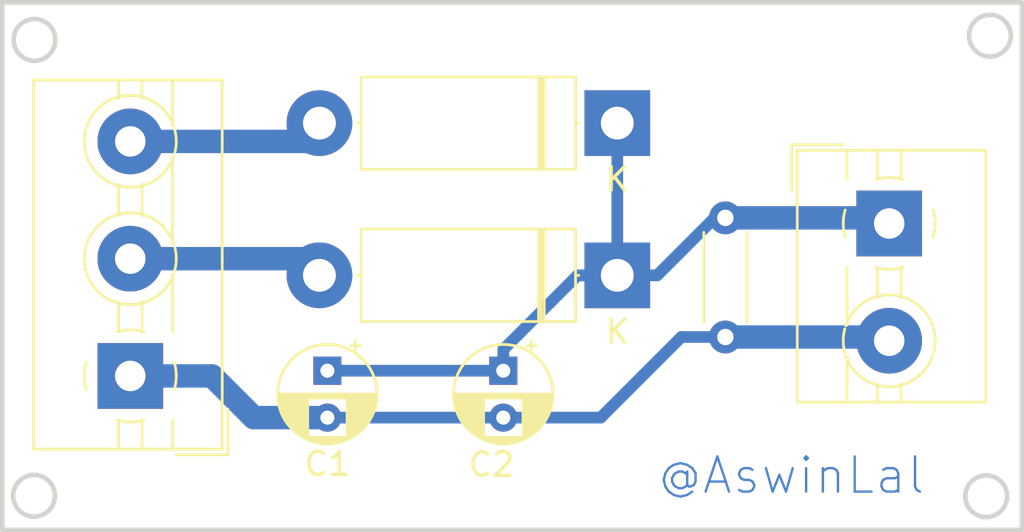
<source format=kicad_pcb>
(kicad_pcb (version 20240108) (generator "pcbnew") (generator_version "8.0")
  (layers (0 "F.Cu" signal) (31 "B.Cu" signal) (34 "B.Paste" user) (35 "F.Paste" user) (36 "B.SilkS" user "B.Silkscreen") (37 "F.SilkS" user "F.Silkscreen") (38 "B.Mask" user) (39 "F.Mask" user) (44 "Edge.Cuts" user))
  (net 0 "")
  (net 1 "Net-(J1-Pin_1)")
  (net 2 "Net-(D1-K)")
  (net 3 "Net-(D1-A)")
  (net 4 "Net-(D2-A)")
  (footprint "Capacitor_THT:CP_Radial_D4.0mm_P2.00mm" (layer "F.Cu") (at 130 102.0274 -90)
    (property "Reference" "C2" (at 4 0.5 180) (layer "F.SilkS"))
    (property "Value" "C_Polarized" (hide yes))
    (fp_line (start 1.2 0.84) (end 1.2 2.071) (stroke (width 0.12)) (layer "F.SilkS"))
    (fp_line (start 1.24 0.84) (end 1.24 2.067) (stroke (width 0.12)) (layer "F.SilkS"))
    (fp_line (start 1.28 0.84) (end 1.28 2.062) (stroke (width 0.12)) (layer "F.SilkS"))
    (fp_line (start 1.32 0.84) (end 1.32 2.056) (stroke (width 0.12)) (layer "F.SilkS"))
    (fp_line (start 1.36 0.84) (end 1.36 2.05) (stroke (width 0.12)) (layer "F.SilkS"))
    (fp_line (start 1.4 0.84) (end 1.4 2.042) (stroke (width 0.12)) (layer "F.SilkS"))
    (fp_line (start 1.44 0.84) (end 1.44 2.034) (stroke (width 0.12)) (layer "F.SilkS"))
    (fp_line (start 1.48 0.84) (end 1.48 2.025) (stroke (width 0.12)) (layer "F.SilkS"))
    (fp_line (start 1.52 0.84) (end 1.52 2.016) (stroke (width 0.12)) (layer "F.SilkS"))
    (fp_line (start 1.56 0.84) (end 1.56 2.005) (stroke (width 0.12)) (layer "F.SilkS"))
    (fp_line (start 1.6 0.84) (end 1.6 1.994) (stroke (width 0.12)) (layer "F.SilkS"))
    (fp_line (start 1.64 0.84) (end 1.64 1.982) (stroke (width 0.12)) (layer "F.SilkS"))
    (fp_line (start 1.68 0.84) (end 1.68 1.968) (stroke (width 0.12)) (layer "F.SilkS"))
    (fp_line (start 1.721 0.84) (end 1.721 1.954) (stroke (width 0.12)) (layer "F.SilkS"))
    (fp_line (start 1.761 0.84) (end 1.761 1.94) (stroke (width 0.12)) (layer "F.SilkS"))
    (fp_line (start 1.801 0.84) (end 1.801 1.924) (stroke (width 0.12)) (layer "F.SilkS"))
    (fp_line (start 1.841 0.84) (end 1.841 1.907) (stroke (width 0.12)) (layer "F.SilkS"))
    (fp_line (start 1.881 0.84) (end 1.881 1.889) (stroke (width 0.12)) (layer "F.SilkS"))
    (fp_line (start 1.921 0.84) (end 1.921 1.87) (stroke (width 0.12)) (layer "F.SilkS"))
    (fp_line (start 1.961 0.84) (end 1.961 1.851) (stroke (width 0.12)) (layer "F.SilkS"))
    (fp_line (start 2.001 0.84) (end 2.001 1.83) (stroke (width 0.12)) (layer "F.SilkS"))
    (fp_line (start 2.041 0.84) (end 2.041 1.808) (stroke (width 0.12)) (layer "F.SilkS"))
    (fp_line (start 2.081 0.84) (end 2.081 1.785) (stroke (width 0.12)) (layer "F.SilkS"))
    (fp_line (start 2.121 0.84) (end 2.121 1.76) (stroke (width 0.12)) (layer "F.SilkS"))
    (fp_line (start 2.161 0.84) (end 2.161 1.735) (stroke (width 0.12)) (layer "F.SilkS"))
    (fp_line (start 2.201 0.84) (end 2.201 1.708) (stroke (width 0.12)) (layer "F.SilkS"))
    (fp_line (start 2.241 0.84) (end 2.241 1.68) (stroke (width 0.12)) (layer "F.SilkS"))
    (fp_line (start 2.281 0.84) (end 2.281 1.65) (stroke (width 0.12)) (layer "F.SilkS"))
    (fp_line (start 2.321 0.84) (end 2.321 1.619) (stroke (width 0.12)) (layer "F.SilkS"))
    (fp_line (start 2.361 0.84) (end 2.361 1.587) (stroke (width 0.12)) (layer "F.SilkS"))
    (fp_line (start 2.401 0.84) (end 2.401 1.552) (stroke (width 0.12)) (layer "F.SilkS"))
    (fp_line (start 2.441 0.84) (end 2.441 1.516) (stroke (width 0.12)) (layer "F.SilkS"))
    (fp_line (start 2.481 0.84) (end 2.481 1.478) (stroke (width 0.12)) (layer "F.SilkS"))
    (fp_line (start 2.521 0.84) (end 2.521 1.438) (stroke (width 0.12)) (layer "F.SilkS"))
    (fp_line (start 2.561 0.84) (end 2.561 1.396) (stroke (width 0.12)) (layer "F.SilkS"))
    (fp_line (start 2.601 0.84) (end 2.601 1.351) (stroke (width 0.12)) (layer "F.SilkS"))
    (fp_line (start 2.641 0.84) (end 2.641 1.304) (stroke (width 0.12)) (layer "F.SilkS"))
    (fp_line (start 2.681 0.84) (end 2.681 1.254) (stroke (width 0.12)) (layer "F.SilkS"))
    (fp_line (start 2.721 0.84) (end 2.721 1.2) (stroke (width 0.12)) (layer "F.SilkS"))
    (fp_line (start 2.761 0.84) (end 2.761 1.142) (stroke (width 0.12)) (layer "F.SilkS"))
    (fp_line (start 2.801 0.84) (end 2.801 1.08) (stroke (width 0.12)) (layer "F.SilkS"))
    (fp_line (start 3.081 -0.37) (end 3.081 0.37) (stroke (width 0.12)) (layer "F.SilkS"))
    (fp_line (start 3.041 -0.537) (end 3.041 0.537) (stroke (width 0.12)) (layer "F.SilkS"))
    (fp_line (start 3.001 -0.664) (end 3.001 0.664) (stroke (width 0.12)) (layer "F.SilkS"))
    (fp_line (start 2.961 -0.768) (end 2.961 0.768) (stroke (width 0.12)) (layer "F.SilkS"))
    (fp_line (start 2.921 -0.859) (end 2.921 0.859) (stroke (width 0.12)) (layer "F.SilkS"))
    (fp_line (start 2.881 -0.94) (end 2.881 0.94) (stroke (width 0.12)) (layer "F.SilkS"))
    (fp_line (start 2.841 -1.013) (end 2.841 1.013) (stroke (width 0.12)) (layer "F.SilkS"))
    (fp_line (start 2.801 -1.08) (end 2.801 -0.84) (stroke (width 0.12)) (layer "F.SilkS"))
    (fp_line (start 2.761 -1.142) (end 2.761 -0.84) (stroke (width 0.12)) (layer "F.SilkS"))
    (fp_line (start -1.269801 -1.195) (end -0.869801 -1.195) (stroke (width 0.12)) (layer "F.SilkS"))
    (fp_line (start 2.721 -1.2) (end 2.721 -0.84) (stroke (width 0.12)) (layer "F.SilkS"))
    (fp_line (start 2.681 -1.254) (end 2.681 -0.84) (stroke (width 0.12)) (layer "F.SilkS"))
    (fp_line (start 2.641 -1.304) (end 2.641 -0.84) (stroke (width 0.12)) (layer "F.SilkS"))
    (fp_line (start 2.601 -1.351) (end 2.601 -0.84) (stroke (width 0.12)) (layer "F.SilkS"))
    (fp_line (start -1.069801 -1.395) (end -1.069801 -0.995) (stroke (width 0.12)) (layer "F.SilkS"))
    (fp_line (start 2.561 -1.396) (end 2.561 -0.84) (stroke (width 0.12)) (layer "F.SilkS"))
    (fp_line (start 2.521 -1.438) (end 2.521 -0.84) (stroke (width 0.12)) (layer "F.SilkS"))
    (fp_line (start 2.481 -1.478) (end 2.481 -0.84) (stroke (width 0.12)) (layer "F.SilkS"))
    (fp_line (start 2.441 -1.516) (end 2.441 -0.84) (stroke (width 0.12)) (layer "F.SilkS"))
    (fp_line (start 2.401 -1.552) (end 2.401 -0.84) (stroke (width 0.12)) (layer "F.SilkS"))
    (fp_line (start 2.361 -1.587) (end 2.361 -0.84) (stroke (width 0.12)) (layer "F.SilkS"))
    (fp_line (start 2.321 -1.619) (end 2.321 -0.84) (stroke (width 0.12)) (layer "F.SilkS"))
    (fp_line (start 2.281 -1.65) (end 2.281 -0.84) (stroke (width 0.12)) (layer "F.SilkS"))
    (fp_line (start 2.241 -1.68) (end 2.241 -0.84) (stroke (width 0.12)) (layer "F.SilkS"))
    (fp_line (start 2.201 -1.708) (end 2.201 -0.84) (stroke (width 0.12)) (layer "F.SilkS"))
    (fp_line (start 2.161 -1.735) (end 2.161 -0.84) (stroke (width 0.12)) (layer "F.SilkS"))
    (fp_line (start 2.121 -1.76) (end 2.121 -0.84) (stroke (width 0.12)) (layer "F.SilkS"))
    (fp_line (start 2.081 -1.785) (end 2.081 -0.84) (stroke (width 0.12)) (layer "F.SilkS"))
    (fp_line (start 2.041 -1.808) (end 2.041 -0.84) (stroke (width 0.12)) (layer "F.SilkS"))
    (fp_line (start 2.001 -1.83) (end 2.001 -0.84) (stroke (width 0.12)) (layer "F.SilkS"))
    (fp_line (start 1.961 -1.851) (end 1.961 -0.84) (stroke (width 0.12)) (layer "F.SilkS"))
    (fp_line (start 1.921 -1.87) (end 1.921 -0.84) (stroke (width 0.12)) (layer "F.SilkS"))
    (fp_line (start 1.881 -1.889) (end 1.881 -0.84) (stroke (width 0.12)) (layer "F.SilkS"))
    (fp_line (start 1.841 -1.907) (end 1.841 -0.84) (stroke (width 0.12)) (layer "F.SilkS"))
    (fp_line (start 1.801 -1.924) (end 1.801 -0.84) (stroke (width 0.12)) (layer "F.SilkS"))
    (fp_line (start 1.761 -1.94) (end 1.761 -0.84) (stroke (width 0.12)) (layer "F.SilkS"))
    (fp_line (start 1.721 -1.954) (end 1.721 -0.84) (stroke (width 0.12)) (layer "F.SilkS"))
    (fp_line (start 1.68 -1.968) (end 1.68 -0.84) (stroke (width 0.12)) (layer "F.SilkS"))
    (fp_line (start 1.64 -1.982) (end 1.64 -0.84) (stroke (width 0.12)) (layer "F.SilkS"))
    (fp_line (start 1.6 -1.994) (end 1.6 -0.84) (stroke (width 0.12)) (layer "F.SilkS"))
    (fp_line (start 1.56 -2.005) (end 1.56 -0.84) (stroke (width 0.12)) (layer "F.SilkS"))
    (fp_line (start 1.52 -2.016) (end 1.52 -0.84) (stroke (width 0.12)) (layer "F.SilkS"))
    (fp_line (start 1.48 -2.025) (end 1.48 -0.84) (stroke (width 0.12)) (layer "F.SilkS"))
    (fp_line (start 1.44 -2.034) (end 1.44 -0.84) (stroke (width 0.12)) (layer "F.SilkS"))
    (fp_line (start 1.4 -2.042) (end 1.4 -0.84) (stroke (width 0.12)) (layer "F.SilkS"))
    (fp_line (start 1.36 -2.05) (end 1.36 -0.84) (stroke (width 0.12)) (layer "F.SilkS"))
    (fp_line (start 1.32 -2.056) (end 1.32 -0.84) (stroke (width 0.12)) (layer "F.SilkS"))
    (fp_line (start 1.28 -2.062) (end 1.28 -0.84) (stroke (width 0.12)) (layer "F.SilkS"))
    (fp_line (start 1.24 -2.067) (end 1.24 -0.84) (stroke (width 0.12)) (layer "F.SilkS"))
    (fp_line (start 1.2 -2.071) (end 1.2 -0.84) (stroke (width 0.12)) (layer "F.SilkS"))
    (fp_line (start 1.16 -2.074) (end 1.16 2.074) (stroke (width 0.12)) (layer "F.SilkS"))
    (fp_line (start 1.12 -2.077) (end 1.12 2.077) (stroke (width 0.12)) (layer "F.SilkS"))
    (fp_line (start 1.08 -2.079) (end 1.08 2.079) (stroke (width 0.12)) (layer "F.SilkS"))
    (fp_line (start 1 -2.08) (end 1 2.08) (stroke (width 0.12)) (layer "F.SilkS"))
    (fp_line (start 1.04 -2.08) (end 1.04 2.08) (stroke (width 0.12)) (layer "F.SilkS"))
    (fp_circle (center 1 0) (end 3.12 0) (stroke (width 0.12)) (fill none) (layer "F.SilkS"))
    (pad "1" thru_hole rect (at 0 0 270) (size 1.2 1.2) (drill 0.6) (layers "*.Cu" "*.Mask") (net 2 "Net-(D1-K)"))
    (pad "2" thru_hole circle (at 2 0 270) (size 1.2 1.2) (drill 0.6) (layers "*.Cu" "*.Mask") (net 1 "Net-(J1-Pin_1)"))
  )
  (footprint "Diode_THT:D_5W_P12.70mm_Horizontal" (layer "F.Cu") (at 134.86 91.47 180)
    (property "Reference" "D1" (hide yes))
    (property "Value" "D" (hide yes))
    (fp_line (start 11.06 0) (end 10.92 0) (stroke (width 0.12)) (layer "F.SilkS"))
    (fp_line (start 10.92 1.97) (end 10.92 -1.97) (stroke (width 0.12)) (layer "F.SilkS"))
    (fp_line (start 10.92 -1.97) (end 1.78 -1.97) (stroke (width 0.12)) (layer "F.SilkS"))
    (fp_line (start 3.355 -1.97) (end 3.355 1.97) (stroke (width 0.12)) (layer "F.SilkS"))
    (fp_line (start 3.235 -1.97) (end 3.235 1.97) (stroke (width 0.12)) (layer "F.SilkS"))
    (fp_line (start 3.115 -1.97) (end 3.115 1.97) (stroke (width 0.12)) (layer "F.SilkS"))
    (fp_line (start 1.78 1.97) (end 10.92 1.97) (stroke (width 0.12)) (layer "F.SilkS"))
    (fp_line (start 1.78 -1.97) (end 1.78 1.97) (stroke (width 0.12)) (layer "F.SilkS"))
    (fp_line (start 1.64 0) (end 1.78 0) (stroke (width 0.12)) (layer "F.SilkS"))
    (fp_text user "K" (at 0 -2.4 0) (layer "F.SilkS"))
    (pad "1" thru_hole rect (at 0 0 180) (size 2.8 2.8) (drill 1.4) (layers "*.Cu" "*.Mask") (net 2 "Net-(D1-K)"))
    (pad "2" thru_hole oval (at 12.7 0 180) (size 2.8 2.8) (drill 1.4) (layers "*.Cu" "*.Mask") (net 3 "Net-(D1-A)"))
  )
  (footprint "Diode_THT:D_5W_P12.70mm_Horizontal" (layer "F.Cu") (at 134.86 97.96 180)
    (property "Reference" "D2" (hide yes))
    (property "Value" "D" (hide yes))
    (fp_line (start 11.06 0) (end 10.92 0) (stroke (width 0.12)) (layer "F.SilkS"))
    (fp_line (start 10.92 1.97) (end 10.92 -1.97) (stroke (width 0.12)) (layer "F.SilkS"))
    (fp_line (start 10.92 -1.97) (end 1.78 -1.97) (stroke (width 0.12)) (layer "F.SilkS"))
    (fp_line (start 3.355 -1.97) (end 3.355 1.97) (stroke (width 0.12)) (layer "F.SilkS"))
    (fp_line (start 3.235 -1.97) (end 3.235 1.97) (stroke (width 0.12)) (layer "F.SilkS"))
    (fp_line (start 3.115 -1.97) (end 3.115 1.97) (stroke (width 0.12)) (layer "F.SilkS"))
    (fp_line (start 1.78 1.97) (end 10.92 1.97) (stroke (width 0.12)) (layer "F.SilkS"))
    (fp_line (start 1.78 -1.97) (end 1.78 1.97) (stroke (width 0.12)) (layer "F.SilkS"))
    (fp_line (start 1.64 0) (end 1.78 0) (stroke (width 0.12)) (layer "F.SilkS"))
    (fp_text user "K" (at 0 -2.4 0) (layer "F.SilkS"))
    (pad "1" thru_hole rect (at 0 0 180) (size 2.8 2.8) (drill 1.4) (layers "*.Cu" "*.Mask") (net 2 "Net-(D1-K)"))
    (pad "2" thru_hole oval (at 12.7 0 180) (size 2.8 2.8) (drill 1.4) (layers "*.Cu" "*.Mask") (net 4 "Net-(D2-A)"))
  )
  (footprint "TerminalBlock:TerminalBlock_MaiXu_MX126-5.0-03P_1x03_P5.00mm" (layer "F.Cu") (at 114.095 102.25 90)
    (property "Reference" "J1" (hide yes))
    (property "Value" "Vin")
    (fp_line (start 12.62 -4.12) (end 12.62 3.92) (stroke (width 0.12)) (layer "F.SilkS"))
    (fp_line (start -3.12 -4.12) (end 12.62 -4.12) (stroke (width 0.12)) (layer "F.SilkS"))
    (fp_line (start -3.12 -4.12) (end -3.12 3.92) (stroke (width 0.12)) (layer "F.SilkS"))
    (fp_line (start 11.487 -1.248) (end 11.487 -1.248) (stroke (width 0.12)) (layer "F.SilkS"))
    (fp_line (start 6.487 -1.248) (end 6.487 -1.248) (stroke (width 0.12)) (layer "F.SilkS"))
    (fp_line (start 11.836 -0.5) (end 12.62 -0.5) (stroke (width 0.12)) (layer "F.SilkS"))
    (fp_line (start 6.836 -0.5) (end 8.165 -0.5) (stroke (width 0.12)) (layer "F.SilkS"))
    (fp_line (start 1.88 -0.5) (end 3.165 -0.5) (stroke (width 0.12)) (layer "F.SilkS"))
    (fp_line (start -3.12 -0.5) (end -1.88 -0.5) (stroke (width 0.12)) (layer "F.SilkS"))
    (fp_line (start 11.836 0.5) (end 12.62 0.5) (stroke (width 0.12)) (layer "F.SilkS"))
    (fp_line (start 6.836 0.5) (end 8.165 0.5) (stroke (width 0.12)) (layer "F.SilkS"))
    (fp_line (start 1.88 0.5) (end 3.165 0.5) (stroke (width 0.12)) (layer "F.SilkS"))
    (fp_line (start -3.12 0.5) (end -1.88 0.5) (stroke (width 0.12)) (layer "F.SilkS"))
    (fp_line (start 8.514 1.248) (end 8.514 1.248) (stroke (width 0.12)) (layer "F.SilkS"))
    (fp_line (start 3.514 1.248) (end 3.514 1.248) (stroke (width 0.12)) (layer "F.SilkS"))
    (fp_line (start 10.67 1.8) (end 12.62 1.8) (stroke (width 0.12)) (layer "F.SilkS"))
    (fp_line (start 5.67 1.8) (end 9.331 1.8) (stroke (width 0.12)) (layer "F.SilkS"))
    (fp_line (start 1.88 1.8) (end 4.331 1.8) (stroke (width 0.12)) (layer "F.SilkS"))
    (fp_line (start -3.12 1.8) (end -1.88 1.8) (stroke (width 0.12)) (layer "F.SilkS"))
    (fp_line (start -3.36 1.97) (end -3.36 4.16) (stroke (width 0.12)) (layer "F.SilkS"))
    (fp_line (start -3.12 3.92) (end 12.62 3.92) (stroke (width 0.12)) (layer "F.SilkS"))
    (fp_line (start -3.36 4.16) (end -1.41 4.16) (stroke (width 0.12)) (layer "F.SilkS"))
    (fp_arc (start 10.000487 -1.960944) (mid 10.256437 -1.944104) (end 10.508 -1.894) (stroke (width 0.12)) (layer "F.SilkS"))
    (fp_arc (start 5.000487 -1.960944) (mid 5.256437 -1.944104) (end 5.508 -1.894) (stroke (width 0.12)) (layer "F.SilkS"))
    (fp_arc (start 9.493681 -1.893473) (mid 9.74516 -1.943362) (end 10.001 -1.96) (stroke (width 0.12)) (layer "F.SilkS"))
    (fp_arc (start 4.493681 -1.893473) (mid 4.74516 -1.943362) (end 5.001 -1.96) (stroke (width 0.12)) (layer "F.SilkS"))
    (fp_arc (start -0.572619 -1.875422) (mid 0.000722 -1.960893) (end 0.574 -1.875) (stroke (width 0.12)) (layer "F.SilkS"))
    (fp_arc (start 10.638712 -1.85392) (mid 10.734863 -1.817952) (end 10.829 -1.777) (stroke (width 0.12)) (layer "F.SilkS"))
    (fp_arc (start 5.638712 -1.85392) (mid 5.734863 -1.817952) (end 5.829 -1.777) (stroke (width 0.12)) (layer "F.SilkS"))
    (fp_arc (start 9.172694 -1.777259) (mid 9.266842 -1.818121) (end 9.363 -1.854) (stroke (width 0.12)) (layer "F.SilkS"))
    (fp_arc (start 4.172694 -1.777259) (mid 4.266842 -1.818121) (end 4.363 -1.854) (stroke (width 0.12)) (layer "F.SilkS"))
    (fp_arc (start 10.920652 -1.730826) (mid 10.995275 -1.689024) (end 11.068 -1.644) (stroke (width 0.12)) (layer "F.SilkS"))
    (fp_arc (start 5.920652 -1.730826) (mid 5.995275 -1.689024) (end 6.068 -1.644) (stroke (width 0.12)) (layer "F.SilkS"))
    (fp_arc (start 8.93363 -1.644317) (mid 9.006369 -1.689268) (end 9.081 -1.731) (stroke (width 0.12)) (layer "F.SilkS"))
    (fp_arc (start 3.93363 -1.644317) (mid 4.006369 -1.689268) (end 4.081 -1.731) (stroke (width 0.12)) (layer "F.SilkS"))
    (fp_arc (start 11.096479 -1.625751) (mid 11.166349 -1.576375) (end 11.234 -1.524) (stroke (width 0.12)) (layer "F.SilkS"))
    (fp_arc (start 6.096479 -1.625751) (mid 6.166349 -1.576375) (end 6.234 -1.524) (stroke (width 0.12)) (layer "F.SilkS"))
    (fp_arc (start 8.767452 -1.524377) (mid 8.835117 -1.576689) (end 8.905 -1.626) (stroke (width 0.12)) (layer "F.SilkS"))
    (fp_arc (start 3.767452 -1.524377) (mid 3.835117 -1.576689) (end 3.905 -1.626) (stroke (width 0.12)) (layer "F.SilkS"))
    (fp_arc (start 11.233928 -1.523341) (mid 11.2992 -1.468068) (end 11.362 -1.41) (stroke (width 0.12)) (layer "F.SilkS"))
    (fp_arc (start 6.233928 -1.523341) (mid 6.2992 -1.468068) (end 6.362 -1.41) (stroke (width 0.12)) (layer "F.SilkS"))
    (fp_arc (start 8.638867 -1.410738) (mid 8.701698 -1.468767) (end 8.767 -1.524) (stroke (width 0.12)) (layer "F.SilkS"))
    (fp_arc (start 3.638867 -1.410738) (mid 3.701698 -1.468767) (end 3.767 -1.524) (stroke (width 0.12)) (layer "F.SilkS"))
    (fp_arc (start 11.362286 -1.410097) (mid 11.422497 -1.349333) (end 11.48 -1.286) (stroke (width 0.12)) (layer "F.SilkS"))
    (fp_arc (start 6.362286 -1.410097) (mid 6.422497 -1.349333) (end 6.48 -1.286) (stroke (width 0.12)) (layer "F.SilkS"))
    (fp_arc (start 8.521202 -1.287012) (mid 8.578747 -1.350293) (end 8.639 -1.411) (stroke (width 0.12)) (layer "F.SilkS"))
    (fp_arc (start 3.521202 -1.287012) (mid 3.578747 -1.350293) (end 3.639 -1.411) (stroke (width 0.12)) (layer "F.SilkS"))
    (fp_arc (start 11.479873 -1.286364) (mid 11.523865 -1.233934) (end 11.566 -1.18) (stroke (width 0.12)) (layer "F.SilkS"))
    (fp_arc (start 6.479873 -1.286364) (mid 6.523865 -1.233934) (end 6.566 -1.18) (stroke (width 0.12)) (layer "F.SilkS"))
    (fp_arc (start 8.434826 -1.180695) (mid 8.476985 -1.2346) (end 8.521 -1.287) (stroke (width 0.12)) (layer "F.SilkS"))
    (fp_arc (start 3.434826 -1.180695) (mid 3.476985 -1.2346) (end 3.521 -1.287) (stroke (width 0.12)) (layer "F.SilkS"))
    (fp_arc (start 11.565937 -1.180084) (mid 11.960805 -0.000052) (end 11.566 1.18) (stroke (width 0.12)) (layer "F.SilkS"))
    (fp_arc (start 6.565937 -1.180084) (mid 6.960805 -0.000052) (end 6.566 1.18) (stroke (width 0.12)) (layer "F.SilkS"))
    (fp_arc (start 1.875422 -0.572619) (mid 1.960893 0.000722) (end 1.875 0.574) (stroke (width 0.12)) (layer "F.SilkS"))
    (fp_arc (start -1.875422 0.572619) (mid -1.960893 -0.000722) (end -1.875 -0.574) (stroke (width 0.12)) (layer "F.SilkS"))
    (fp_arc (start 8.434339 1.179122) (mid 8.039994 -0.00055) (end 8.435 -1.18) (stroke (width 0.12)) (layer "F.SilkS"))
    (fp_arc (start 3.434339 1.179122) (mid 3.039994 -0.00055) (end 3.435 -1.18) (stroke (width 0.12)) (layer "F.SilkS"))
    (fp_arc (start 11.566102 1.179628) (mid 11.523976 1.233563) (end 11.48 1.286) (stroke (width 0.12)) (layer "F.SilkS"))
    (fp_arc (start 6.566102 1.179628) (mid 6.523976 1.233563) (end 6.48 1.286) (stroke (width 0.12)) (layer "F.SilkS"))
    (fp_arc (start 11.479707 1.285928) (mid 11.422207 1.349248) (end 11.362 1.41) (stroke (width 0.12)) (layer "F.SilkS"))
    (fp_arc (start 6.479707 1.285928) (mid 6.422207 1.349248) (end 6.362 1.41) (stroke (width 0.12)) (layer "F.SilkS"))
    (fp_arc (start 8.521125 1.286294) (mid 8.477135 1.233898) (end 8.435 1.18) (stroke (width 0.12)) (layer "F.SilkS"))
    (fp_arc (start 3.521125 1.286294) (mid 3.477135 1.233898) (end 3.435 1.18) (stroke (width 0.12)) (layer "F.SilkS"))
    (fp_arc (start 8.63871 1.41001) (mid 8.578502 1.349289) (end 8.521 1.286) (stroke (width 0.12)) (layer "F.SilkS"))
    (fp_arc (start 3.63871 1.41001) (mid 3.578502 1.349289) (end 3.521 1.286) (stroke (width 0.12)) (layer "F.SilkS"))
    (fp_arc (start 11.36213 1.410651) (mid 11.299299 1.468721) (end 11.234 1.524) (stroke (width 0.12)) (layer "F.SilkS"))
    (fp_arc (start 6.36213 1.410651) (mid 6.299299 1.468721) (end 6.234 1.524) (stroke (width 0.12)) (layer "F.SilkS"))
    (fp_arc (start 8.767069 1.523253) (mid 8.701799 1.468024) (end 8.639 1.41) (stroke (width 0.12)) (layer "F.SilkS"))
    (fp_arc (start 3.767069 1.523253) (mid 3.701799 1.468024) (end 3.639 1.41) (stroke (width 0.12)) (layer "F.SilkS"))
    (fp_arc (start 11.233457 1.523294) (mid 11.165839 1.575648) (end 11.096 1.625) (stroke (width 0.12)) (layer "F.SilkS"))
    (fp_arc (start 6.233457 1.523294) (mid 6.165839 1.575648) (end 6.096 1.625) (stroke (width 0.12)) (layer "F.SilkS"))
    (fp_arc (start 8.904517 1.625664) (mid 8.834649 1.576332) (end 8.767 1.524) (stroke (width 0.12)) (layer "F.SilkS"))
    (fp_arc (start 3.904517 1.625664) (mid 3.834649 1.576332) (end 3.767 1.524) (stroke (width 0.12)) (layer "F.SilkS"))
    (fp_arc (start 11.068362 1.644143) (mid 10.995629 1.689179) (end 10.921 1.731) (stroke (width 0.12)) (layer "F.SilkS"))
    (fp_arc (start 6.068362 1.644143) (mid 5.995629 1.689179) (end 5.921 1.731) (stroke (width 0.12)) (layer "F.SilkS"))
    (fp_arc (start 9.080344 1.730739) (mid 9.005726 1.688976) (end 8.933 1.644) (stroke (width 0.12)) (layer "F.SilkS"))
    (fp_arc (start 4.080344 1.730739) (mid 4.005726 1.688976) (end 3.933 1.644) (stroke (width 0.12)) (layer "F.SilkS"))
    (fp_arc (start 10.829295 1.77705) (mid 10.735154 1.818015) (end 10.639 1.854) (stroke (width 0.12)) (layer "F.SilkS"))
    (fp_arc (start 5.829295 1.77705) (mid 5.735154 1.818015) (end 5.639 1.854) (stroke (width 0.12)) (layer "F.SilkS"))
    (fp_arc (start 9.362283 1.853815) (mid 9.266136 1.817899) (end 9.172 1.777) (stroke (width 0.12)) (layer "F.SilkS"))
    (fp_arc (start 4.362283 1.853815) (mid 4.266136 1.817899) (end 4.172 1.777) (stroke (width 0.12)) (layer "F.SilkS"))
    (fp_arc (start 0.573049 1.874357) (mid 0.289707 1.938471) (end 0 1.96) (stroke (width 0.12)) (layer "F.SilkS"))
    (fp_arc (start 10.507285 1.893215) (mid 10.255831 1.943232) (end 10 1.96) (stroke (width 0.12)) (layer "F.SilkS"))
    (fp_arc (start 5.507285 1.893215) (mid 5.255831 1.943232) (end 5 1.96) (stroke (width 0.12)) (layer "F.SilkS"))
    (fp_arc (start 0.0335 1.960607) (mid -0.273619 1.941709) (end -0.574 1.875) (stroke (width 0.12)) (layer "F.SilkS"))
    (fp_arc (start 10.000479 1.960685) (mid 9.744554 1.943974) (end 9.493 1.894) (stroke (width 0.12)) (layer "F.SilkS"))
    (fp_arc (start 5.000479 1.960685) (mid 4.744554 1.943974) (end 4.493 1.894) (stroke (width 0.12)) (layer "F.SilkS"))
    (pad "1" thru_hole rect (at 0 0 90) (size 2.8 2.8) (drill 1.3) (layers "*.Cu" "*.Mask") (net 1 "Net-(J1-Pin_1)"))
    (pad "2" thru_hole circle (at 5 0 90) (size 2.8 2.8) (drill 1.3) (layers "*.Cu" "*.Mask") (net 4 "Net-(D2-A)"))
    (pad "3" thru_hole circle (at 10 0 90) (size 2.8 2.8) (drill 1.3) (layers "*.Cu" "*.Mask") (net 3 "Net-(D1-A)"))
  )
  (footprint "TerminalBlock:TerminalBlock_MaiXu_MX126-5.0-02P_1x02_P5.00mm" (layer "F.Cu") (at 146.455 95.75 -90)
    (property "Reference" "J2" (hide yes))
    (property "Value" "Vout")
    (fp_line (start -3.36 4.16) (end -1.41 4.16) (stroke (width 0.12)) (layer "F.SilkS"))
    (fp_line (start -3.12 3.92) (end 7.62 3.92) (stroke (width 0.12)) (layer "F.SilkS"))
    (fp_line (start -3.36 1.97) (end -3.36 4.16) (stroke (width 0.12)) (layer "F.SilkS"))
    (fp_line (start -3.12 1.8) (end -1.88 1.8) (stroke (width 0.12)) (layer "F.SilkS"))
    (fp_line (start 1.88 1.8) (end 4.331 1.8) (stroke (width 0.12)) (layer "F.SilkS"))
    (fp_line (start 5.67 1.8) (end 7.62 1.8) (stroke (width 0.12)) (layer "F.SilkS"))
    (fp_line (start 3.514 1.248) (end 3.514 1.248) (stroke (width 0.12)) (layer "F.SilkS"))
    (fp_line (start -3.12 0.5) (end -1.88 0.5) (stroke (width 0.12)) (layer "F.SilkS"))
    (fp_line (start 1.88 0.5) (end 3.165 0.5) (stroke (width 0.12)) (layer "F.SilkS"))
    (fp_line (start 6.836 0.5) (end 7.62 0.5) (stroke (width 0.12)) (layer "F.SilkS"))
    (fp_line (start -3.12 -0.5) (end -1.88 -0.5) (stroke (width 0.12)) (layer "F.SilkS"))
    (fp_line (start 1.88 -0.5) (end 3.165 -0.5) (stroke (width 0.12)) (layer "F.SilkS"))
    (fp_line (start 6.836 -0.5) (end 7.62 -0.5) (stroke (width 0.12)) (layer "F.SilkS"))
    (fp_line (start 6.487 -1.248) (end 6.487 -1.248) (stroke (width 0.12)) (layer "F.SilkS"))
    (fp_line (start -3.12 -4.12) (end -3.12 3.92) (stroke (width 0.12)) (layer "F.SilkS"))
    (fp_line (start -3.12 -4.12) (end 7.62 -4.12) (stroke (width 0.12)) (layer "F.SilkS"))
    (fp_line (start 7.62 -4.12) (end 7.62 3.92) (stroke (width 0.12)) (layer "F.SilkS"))
    (fp_arc (start 5.000479 1.960685) (mid 4.744554 1.943974) (end 4.493 1.894) (stroke (width 0.12)) (layer "F.SilkS"))
    (fp_arc (start 0.0335 1.960607) (mid -0.273619 1.941709) (end -0.574 1.875) (stroke (width 0.12)) (layer "F.SilkS"))
    (fp_arc (start 5.507285 1.893215) (mid 5.255831 1.943232) (end 5 1.96) (stroke (width 0.12)) (layer "F.SilkS"))
    (fp_arc (start 0.573049 1.874357) (mid 0.289707 1.938471) (end 0 1.96) (stroke (width 0.12)) (layer "F.SilkS"))
    (fp_arc (start 4.362283 1.853815) (mid 4.266136 1.817899) (end 4.172 1.777) (stroke (width 0.12)) (layer "F.SilkS"))
    (fp_arc (start 5.829295 1.77705) (mid 5.735154 1.818015) (end 5.639 1.854) (stroke (width 0.12)) (layer "F.SilkS"))
    (fp_arc (start 4.080344 1.730739) (mid 4.005726 1.688976) (end 3.933 1.644) (stroke (width 0.12)) (layer "F.SilkS"))
    (fp_arc (start 6.068362 1.644143) (mid 5.995629 1.689179) (end 5.921 1.731) (stroke (width 0.12)) (layer "F.SilkS"))
    (fp_arc (start 3.904517 1.625664) (mid 3.834649 1.576332) (end 3.767 1.524) (stroke (width 0.12)) (layer "F.SilkS"))
    (fp_arc (start 6.233457 1.523294) (mid 6.165839 1.575648) (end 6.096 1.625) (stroke (width 0.12)) (layer "F.SilkS"))
    (fp_arc (start 3.767069 1.523253) (mid 3.701799 1.468024) (end 3.639 1.41) (stroke (width 0.12)) (layer "F.SilkS"))
    (fp_arc (start 6.36213 1.410651) (mid 6.299299 1.468721) (end 6.234 1.524) (stroke (width 0.12)) (layer "F.SilkS"))
    (fp_arc (start 3.63871 1.41001) (mid 3.578502 1.349289) (end 3.521 1.286) (stroke (width 0.12)) (layer "F.SilkS"))
    (fp_arc (start 3.521125 1.286294) (mid 3.477135 1.233898) (end 3.435 1.18) (stroke (width 0.12)) (layer "F.SilkS"))
    (fp_arc (start 6.479707 1.285928) (mid 6.422207 1.349248) (end 6.362 1.41) (stroke (width 0.12)) (layer "F.SilkS"))
    (fp_arc (start 6.566102 1.179628) (mid 6.523976 1.233563) (end 6.48 1.286) (stroke (width 0.12)) (layer "F.SilkS"))
    (fp_arc (start 3.434339 1.179122) (mid 3.039994 -0.00055) (end 3.435 -1.18) (stroke (width 0.12)) (layer "F.SilkS"))
    (fp_arc (start -1.875422 0.572619) (mid -1.960893 -0.000722) (end -1.875 -0.574) (stroke (width 0.12)) (layer "F.SilkS"))
    (fp_arc (start 1.875422 -0.572619) (mid 1.960893 0.000722) (end 1.875 0.574) (stroke (width 0.12)) (layer "F.SilkS"))
    (fp_arc (start 6.565937 -1.180084) (mid 6.960805 -0.000052) (end 6.566 1.18) (stroke (width 0.12)) (layer "F.SilkS"))
    (fp_arc (start 3.434826 -1.180695) (mid 3.476985 -1.2346) (end 3.521 -1.287) (stroke (width 0.12)) (layer "F.SilkS"))
    (fp_arc (start 6.479873 -1.286364) (mid 6.523865 -1.233934) (end 6.566 -1.18) (stroke (width 0.12)) (layer "F.SilkS"))
    (fp_arc (start 3.521202 -1.287012) (mid 3.578747 -1.350293) (end 3.639 -1.411) (stroke (width 0.12)) (layer "F.SilkS"))
    (fp_arc (start 6.362286 -1.410097) (mid 6.422497 -1.349333) (end 6.48 -1.286) (stroke (width 0.12)) (layer "F.SilkS"))
    (fp_arc (start 3.638867 -1.410738) (mid 3.701698 -1.468767) (end 3.767 -1.524) (stroke (width 0.12)) (layer "F.SilkS"))
    (fp_arc (start 6.233928 -1.523341) (mid 6.2992 -1.468068) (end 6.362 -1.41) (stroke (width 0.12)) (layer "F.SilkS"))
    (fp_arc (start 3.767452 -1.524377) (mid 3.835117 -1.576689) (end 3.905 -1.626) (stroke (width 0.12)) (layer "F.SilkS"))
    (fp_arc (start 6.096479 -1.625751) (mid 6.166349 -1.576375) (end 6.234 -1.524) (stroke (width 0.12)) (layer "F.SilkS"))
    (fp_arc (start 3.93363 -1.644317) (mid 4.006369 -1.689268) (end 4.081 -1.731) (stroke (width 0.12)) (layer "F.SilkS"))
    (fp_arc (start 5.920652 -1.730826) (mid 5.995275 -1.689024) (end 6.068 -1.644) (stroke (width 0.12)) (layer "F.SilkS"))
    (fp_arc (start 4.172694 -1.777259) (mid 4.266842 -1.818121) (end 4.363 -1.854) (stroke (width 0.12)) (layer "F.SilkS"))
    (fp_arc (start 5.638712 -1.85392) (mid 5.734863 -1.817952) (end 5.829 -1.777) (stroke (width 0.12)) (layer "F.SilkS"))
    (fp_arc (start -0.572619 -1.875422) (mid 0.000722 -1.960893) (end 0.574 -1.875) (stroke (width 0.12)) (layer "F.SilkS"))
    (fp_arc (start 4.493681 -1.893473) (mid 4.74516 -1.943362) (end 5.001 -1.96) (stroke (width 0.12)) (layer "F.SilkS"))
    (fp_arc (start 5.000487 -1.960944) (mid 5.256437 -1.944104) (end 5.508 -1.894) (stroke (width 0.12)) (layer "F.SilkS"))
    (pad "1" thru_hole rect (at 0 0 270) (size 2.8 2.8) (drill 1.3) (layers "*.Cu" "*.Mask") (net 2 "Net-(D1-K)"))
    (pad "2" thru_hole circle (at 5 0 270) (size 2.8 2.8) (drill 1.3) (layers "*.Cu" "*.Mask") (net 1 "Net-(J1-Pin_1)"))
  )
  (footprint "Resistor_THT:R_Axial_DIN0204_L3.6mm_D1.6mm_P5.08mm_Horizontal" (layer "F.Cu") (at 139.47 95.51 -90)
    (property "Reference" "R1" (hide yes))
    (property "Value" "R" (hide yes))
    (fp_line (start 0.62 0.92) (end 4.46 0.92) (stroke (width 0.12)) (layer "F.SilkS"))
    (fp_line (start 0.62 -0.92) (end 4.46 -0.92) (stroke (width 0.12)) (layer "F.SilkS"))
    (pad "1" thru_hole circle (at 0 0 270) (size 1.4 1.4) (drill 0.7) (layers "*.Cu" "*.Mask") (net 2 "Net-(D1-K)"))
    (pad "2" thru_hole oval (at 5.08 0 270) (size 1.4 1.4) (drill 0.7) (layers "*.Cu" "*.Mask") (net 1 "Net-(J1-Pin_1)"))
  )
  (footprint "Capacitor_THT:CP_Radial_D4.0mm_P2.00mm" (layer "F.Cu") (at 122.5 102.0274 -90)
    (property "Reference" "C1" (at 3.972599 0 0) (layer "F.SilkS"))
    (property "Value" "C_Polarized" (hide yes))
    (fp_line (start 1.2 0.84) (end 1.2 2.071) (stroke (width 0.12)) (layer "F.SilkS"))
    (fp_line (start 1.24 0.84) (end 1.24 2.067) (stroke (width 0.12)) (layer "F.SilkS"))
    (fp_line (start 1.28 0.84) (end 1.28 2.062) (stroke (width 0.12)) (layer "F.SilkS"))
    (fp_line (start 1.32 0.84) (end 1.32 2.056) (stroke (width 0.12)) (layer "F.SilkS"))
    (fp_line (start 1.36 0.84) (end 1.36 2.05) (stroke (width 0.12)) (layer "F.SilkS"))
    (fp_line (start 1.4 0.84) (end 1.4 2.042) (stroke (width 0.12)) (layer "F.SilkS"))
    (fp_line (start 1.44 0.84) (end 1.44 2.034) (stroke (width 0.12)) (layer "F.SilkS"))
    (fp_line (start 1.48 0.84) (end 1.48 2.025) (stroke (width 0.12)) (layer "F.SilkS"))
    (fp_line (start 1.52 0.84) (end 1.52 2.016) (stroke (width 0.12)) (layer "F.SilkS"))
    (fp_line (start 1.56 0.84) (end 1.56 2.005) (stroke (width 0.12)) (layer "F.SilkS"))
    (fp_line (start 1.6 0.84) (end 1.6 1.994) (stroke (width 0.12)) (layer "F.SilkS"))
    (fp_line (start 1.64 0.84) (end 1.64 1.982) (stroke (width 0.12)) (layer "F.SilkS"))
    (fp_line (start 1.68 0.84) (end 1.68 1.968) (stroke (width 0.12)) (layer "F.SilkS"))
    (fp_line (start 1.721 0.84) (end 1.721 1.954) (stroke (width 0.12)) (layer "F.SilkS"))
    (fp_line (start 1.761 0.84) (end 1.761 1.94) (stroke (width 0.12)) (layer "F.SilkS"))
    (fp_line (start 1.801 0.84) (end 1.801 1.924) (stroke (width 0.12)) (layer "F.SilkS"))
    (fp_line (start 1.841 0.84) (end 1.841 1.907) (stroke (width 0.12)) (layer "F.SilkS"))
    (fp_line (start 1.881 0.84) (end 1.881 1.889) (stroke (width 0.12)) (layer "F.SilkS"))
    (fp_line (start 1.921 0.84) (end 1.921 1.87) (stroke (width 0.12)) (layer "F.SilkS"))
    (fp_line (start 1.961 0.84) (end 1.961 1.851) (stroke (width 0.12)) (layer "F.SilkS"))
    (fp_line (start 2.001 0.84) (end 2.001 1.83) (stroke (width 0.12)) (layer "F.SilkS"))
    (fp_line (start 2.041 0.84) (end 2.041 1.808) (stroke (width 0.12)) (layer "F.SilkS"))
    (fp_line (start 2.081 0.84) (end 2.081 1.785) (stroke (width 0.12)) (layer "F.SilkS"))
    (fp_line (start 2.121 0.84) (end 2.121 1.76) (stroke (width 0.12)) (layer "F.SilkS"))
    (fp_line (start 2.161 0.84) (end 2.161 1.735) (stroke (width 0.12)) (layer "F.SilkS"))
    (fp_line (start 2.201 0.84) (end 2.201 1.708) (stroke (width 0.12)) (layer "F.SilkS"))
    (fp_line (start 2.241 0.84) (end 2.241 1.68) (stroke (width 0.12)) (layer "F.SilkS"))
    (fp_line (start 2.281 0.84) (end 2.281 1.65) (stroke (width 0.12)) (layer "F.SilkS"))
    (fp_line (start 2.321 0.84) (end 2.321 1.619) (stroke (width 0.12)) (layer "F.SilkS"))
    (fp_line (start 2.361 0.84) (end 2.361 1.587) (stroke (width 0.12)) (layer "F.SilkS"))
    (fp_line (start 2.401 0.84) (end 2.401 1.552) (stroke (width 0.12)) (layer "F.SilkS"))
    (fp_line (start 2.441 0.84) (end 2.441 1.516) (stroke (width 0.12)) (layer "F.SilkS"))
    (fp_line (start 2.481 0.84) (end 2.481 1.478) (stroke (width 0.12)) (layer "F.SilkS"))
    (fp_line (start 2.521 0.84) (end 2.521 1.438) (stroke (width 0.12)) (layer "F.SilkS"))
    (fp_line (start 2.561 0.84) (end 2.561 1.396) (stroke (width 0.12)) (layer "F.SilkS"))
    (fp_line (start 2.601 0.84) (end 2.601 1.351) (stroke (width 0.12)) (layer "F.SilkS"))
    (fp_line (start 2.641 0.84) (end 2.641 1.304) (stroke (width 0.12)) (layer "F.SilkS"))
    (fp_line (start 2.681 0.84) (end 2.681 1.254) (stroke (width 0.12)) (layer "F.SilkS"))
    (fp_line (start 2.721 0.84) (end 2.721 1.2) (stroke (width 0.12)) (layer "F.SilkS"))
    (fp_line (start 2.761 0.84) (end 2.761 1.142) (stroke (width 0.12)) (layer "F.SilkS"))
    (fp_line (start 2.801 0.84) (end 2.801 1.08) (stroke (width 0.12)) (layer "F.SilkS"))
    (fp_line (start 3.081 -0.37) (end 3.081 0.37) (stroke (width 0.12)) (layer "F.SilkS"))
    (fp_line (start 3.041 -0.537) (end 3.041 0.537) (stroke (width 0.12)) (layer "F.SilkS"))
    (fp_line (start 3.001 -0.664) (end 3.001 0.664) (stroke (width 0.12)) (layer "F.SilkS"))
    (fp_line (start 2.961 -0.768) (end 2.961 0.768) (stroke (width 0.12)) (layer "F.SilkS"))
    (fp_line (start 2.921 -0.859) (end 2.921 0.859) (stroke (width 0.12)) (layer "F.SilkS"))
    (fp_line (start 2.881 -0.94) (end 2.881 0.94) (stroke (width 0.12)) (layer "F.SilkS"))
    (fp_line (start 2.841 -1.013) (end 2.841 1.013) (stroke (width 0.12)) (layer "F.SilkS"))
    (fp_line (start 2.801 -1.08) (end 2.801 -0.84) (stroke (width 0.12)) (layer "F.SilkS"))
    (fp_line (start 2.761 -1.142) (end 2.761 -0.84) (stroke (width 0.12)) (layer "F.SilkS"))
    (fp_line (start -1.269801 -1.195) (end -0.869801 -1.195) (stroke (width 0.12)) (layer "F.SilkS"))
    (fp_line (start 2.721 -1.2) (end 2.721 -0.84) (stroke (width 0.12)) (layer "F.SilkS"))
    (fp_line (start 2.681 -1.254) (end 2.681 -0.84) (stroke (width 0.12)) (layer "F.SilkS"))
    (fp_line (start 2.641 -1.304) (end 2.641 -0.84) (stroke (width 0.12)) (layer "F.SilkS"))
    (fp_line (start 2.601 -1.351) (end 2.601 -0.84) (stroke (width 0.12)) (layer "F.SilkS"))
    (fp_line (start -1.069801 -1.395) (end -1.069801 -0.995) (stroke (width 0.12)) (layer "F.SilkS"))
    (fp_line (start 2.561 -1.396) (end 2.561 -0.84) (stroke (width 0.12)) (layer "F.SilkS"))
    (fp_line (start 2.521 -1.438) (end 2.521 -0.84) (stroke (width 0.12)) (layer "F.SilkS"))
    (fp_line (start 2.481 -1.478) (end 2.481 -0.84) (stroke (width 0.12)) (layer "F.SilkS"))
    (fp_line (start 2.441 -1.516) (end 2.441 -0.84) (stroke (width 0.12)) (layer "F.SilkS"))
    (fp_line (start 2.401 -1.552) (end 2.401 -0.84) (stroke (width 0.12)) (layer "F.SilkS"))
    (fp_line (start 2.361 -1.587) (end 2.361 -0.84) (stroke (width 0.12)) (layer "F.SilkS"))
    (fp_line (start 2.321 -1.619) (end 2.321 -0.84) (stroke (width 0.12)) (layer "F.SilkS"))
    (fp_line (start 2.281 -1.65) (end 2.281 -0.84) (stroke (width 0.12)) (layer "F.SilkS"))
    (fp_line (start 2.241 -1.68) (end 2.241 -0.84) (stroke (width 0.12)) (layer "F.SilkS"))
    (fp_line (start 2.201 -1.708) (end 2.201 -0.84) (stroke (width 0.12)) (layer "F.SilkS"))
    (fp_line (start 2.161 -1.735) (end 2.161 -0.84) (stroke (width 0.12)) (layer "F.SilkS"))
    (fp_line (start 2.121 -1.76) (end 2.121 -0.84) (stroke (width 0.12)) (layer "F.SilkS"))
    (fp_line (start 2.081 -1.785) (end 2.081 -0.84) (stroke (width 0.12)) (layer "F.SilkS"))
    (fp_line (start 2.041 -1.808) (end 2.041 -0.84) (stroke (width 0.12)) (layer "F.SilkS"))
    (fp_line (start 2.001 -1.83) (end 2.001 -0.84) (stroke (width 0.12)) (layer "F.SilkS"))
    (fp_line (start 1.961 -1.851) (end 1.961 -0.84) (stroke (width 0.12)) (layer "F.SilkS"))
    (fp_line (start 1.921 -1.87) (end 1.921 -0.84) (stroke (width 0.12)) (layer "F.SilkS"))
    (fp_line (start 1.881 -1.889) (end 1.881 -0.84) (stroke (width 0.12)) (layer "F.SilkS"))
    (fp_line (start 1.841 -1.907) (end 1.841 -0.84) (stroke (width 0.12)) (layer "F.SilkS"))
    (fp_line (start 1.801 -1.924) (end 1.801 -0.84) (stroke (width 0.12)) (layer "F.SilkS"))
    (fp_line (start 1.761 -1.94) (end 1.761 -0.84) (stroke (width 0.12)) (layer "F.SilkS"))
    (fp_line (start 1.721 -1.954) (end 1.721 -0.84) (stroke (width 0.12)) (layer "F.SilkS"))
    (fp_line (start 1.68 -1.968) (end 1.68 -0.84) (stroke (width 0.12)) (layer "F.SilkS"))
    (fp_line (start 1.64 -1.982) (end 1.64 -0.84) (stroke (width 0.12)) (layer "F.SilkS"))
    (fp_line (start 1.6 -1.994) (end 1.6 -0.84) (stroke (width 0.12)) (layer "F.SilkS"))
    (fp_line (start 1.56 -2.005) (end 1.56 -0.84) (stroke (width 0.12)) (layer "F.SilkS"))
    (fp_line (start 1.52 -2.016) (end 1.52 -0.84) (stroke (width 0.12)) (layer "F.SilkS"))
    (fp_line (start 1.48 -2.025) (end 1.48 -0.84) (stroke (width 0.12)) (layer "F.SilkS"))
    (fp_line (start 1.44 -2.034) (end 1.44 -0.84) (stroke (width 0.12)) (layer "F.SilkS"))
    (fp_line (start 1.4 -2.042) (end 1.4 -0.84) (stroke (width 0.12)) (layer "F.SilkS"))
    (fp_line (start 1.36 -2.05) (end 1.36 -0.84) (stroke (width 0.12)) (layer "F.SilkS"))
    (fp_line (start 1.32 -2.056) (end 1.32 -0.84) (stroke (width 0.12)) (layer "F.SilkS"))
    (fp_line (start 1.28 -2.062) (end 1.28 -0.84) (stroke (width 0.12)) (layer "F.SilkS"))
    (fp_line (start 1.24 -2.067) (end 1.24 -0.84) (stroke (width 0.12)) (layer "F.SilkS"))
    (fp_line (start 1.2 -2.071) (end 1.2 -0.84) (stroke (width 0.12)) (layer "F.SilkS"))
    (fp_line (start 1.16 -2.074) (end 1.16 2.074) (stroke (width 0.12)) (layer "F.SilkS"))
    (fp_line (start 1.12 -2.077) (end 1.12 2.077) (stroke (width 0.12)) (layer "F.SilkS"))
    (fp_line (start 1.08 -2.079) (end 1.08 2.079) (stroke (width 0.12)) (layer "F.SilkS"))
    (fp_line (start 1 -2.08) (end 1 2.08) (stroke (width 0.12)) (layer "F.SilkS"))
    (fp_line (start 1.04 -2.08) (end 1.04 2.08) (stroke (width 0.12)) (layer "F.SilkS"))
    (fp_circle (center 1 0) (end 3.12 0) (stroke (width 0.12)) (fill none) (layer "F.SilkS"))
    (pad "1" thru_hole rect (at 0 0 270) (size 1.2 1.2) (drill 0.6) (layers "*.Cu" "*.Mask") (net 2 "Net-(D1-K)"))
    (pad "2" thru_hole circle (at 2 0 270) (size 1.2 1.2) (drill 0.6) (layers "*.Cu" "*.Mask") (net 1 "Net-(J1-Pin_1)"))
  )
  (gr_rect (start 108.64 86.32) (end 152.11 108.82) (stroke (width 0.2)) (fill none) (layer "Edge.Cuts"))
  (gr_circle (center 150.75 87.74) (end 151.640449 87.74) (stroke (width 0.2)) (fill none) (layer "Edge.Cuts"))
  (gr_circle (center 150.589551 107.38) (end 151.48 107.38) (stroke (width 0.2)) (fill none) (layer "Edge.Cuts"))
  (gr_circle (center 109.99 107.359551) (end 110.880449 107.359551) (stroke (width 0.2)) (fill none) (layer "Edge.Cuts"))
  (gr_circle (center 110.01 87.92) (end 110.900449 87.92) (stroke (width 0.2)) (fill none) (layer "Edge.Cuts"))
  (gr_text "@AswinLal" (at 136.49 107.37 0) (layer "B.Cu") (effects (font (size 1.5 1.5) (thickness 0.1)) (justify left bottom)))
  (segment (start 146.295 100.59) (end 146.455 100.75) (width 0.2) (layer "B.Cu") (net 1))
  (segment (start 119.357 104.027) (end 122.5 104.027) (width 1) (layer "B.Cu") (net 1))
  (segment (start 129.9996 104.027) (end 130 104.0274) (width 0.2) (layer "B.Cu") (net 1))
  (segment (start 122.5004 104.027) (end 122.5 104.0274) (width 0.2) (layer "B.Cu") (net 1))
  (segment (start 117.58 102.25) (end 119.357 104.027) (width 1) (layer "B.Cu") (net 1))
  (segment (start 122.5 104.027) (end 122.5004 104.027) (width 0.5) (layer "B.Cu") (net 1))
  (segment (start 114.095 102.25) (end 117.58 102.25) (width 1) (layer "B.Cu") (net 1))
  (segment (start 137.59 100.59) (end 139.47 100.59) (width 0.5) (layer "B.Cu") (net 1))
  (segment (start 122.5004 104.027) (end 129.9996 104.027) (width 0.5) (layer "B.Cu") (net 1))
  (segment (start 134.153 104.027) (end 137.59 100.59) (width 0.5) (layer "B.Cu") (net 1))
  (segment (start 139.47 100.59) (end 146.295 100.59) (width 1) (layer "B.Cu") (net 1))
  (segment (start 129.9996 104.027) (end 134.153 104.027) (width 0.5) (layer "B.Cu") (net 1))
  (segment (start 134.86 97.96) (end 133.1583 97.96) (width 0.5) (layer "B.Cu") (net 2))
  (segment (start 122.5004 102.027) (end 129.9996 102.027) (width 0.5) (layer "B.Cu") (net 2))
  (segment (start 133.1657 97.96) (end 130 101.1257) (width 0.5) (layer "B.Cu") (net 2))
  (segment (start 129.9996 102.027) (end 130 102.0274) (width 0.2) (layer "B.Cu") (net 2))
  (segment (start 139.0117 95.51) (end 136.5617 97.96) (width 0.5) (layer "B.Cu") (net 2))
  (segment (start 129.9996 102.027) (end 130 102.027) (width 0.5) (layer "B.Cu") (net 2))
  (segment (start 146.215 95.51) (end 146.455 95.75) (width 0.2) (layer "B.Cu") (net 2))
  (segment (start 122.5004 102.027) (end 122.5 102.0274) (width 0.2) (layer "B.Cu") (net 2))
  (segment (start 134.86 97.96) (end 136.5617 97.96) (width 0.5) (layer "B.Cu") (net 2))
  (segment (start 133.1583 97.96) (end 133.1583 97.9674) (width 0.2) (layer "B.Cu") (net 2))
  (segment (start 134.86 91.47) (end 134.86 97.96) (width 0.5) (layer "B.Cu") (net 2))
  (segment (start 134.86 97.96) (end 133.1657 97.96) (width 0.5) (layer "B.Cu") (net 2))
  (segment (start 130 102.0274) (end 130 101.1257) (width 0.5) (layer "B.Cu") (net 2))
  (segment (start 122.5 102.027) (end 122.5004 102.027) (width 0.5) (layer "B.Cu") (net 2))
  (segment (start 139.47 95.51) (end 146.215 95.51) (width 1) (layer "B.Cu") (net 2))
  (segment (start 139.47 95.51) (end 139.0117 95.51) (width 0.5) (layer "B.Cu") (net 2))
  (segment (start 122.025 92.375) (end 122.16 92.24) (width 0.2) (layer "B.Cu") (net 3))
  (segment (start 114.095 92.25) (end 121.9 92.25) (width 1) (layer "B.Cu") (net 3))
  (segment (start 122.025 92.375) (end 122.15 92.5) (width 0.2) (layer "B.Cu") (net 3))
  (segment (start 122.16 92.24) (end 122.16 91.47) (width 0.2) (layer "B.Cu") (net 3))
  (segment (start 121.9 92.25) (end 122.025 92.375) (width 0.2) (layer "B.Cu") (net 3))
  (segment (start 122.15 97.5) (end 122.16 97.51) (width 0.2) (layer "B.Cu") (net 4))
  (segment (start 121.9 97.25) (end 122.15 97.5) (width 0.2) (layer "B.Cu") (net 4))
  (segment (start 114.095 97.25) (end 121.9 97.25) (width 1) (layer "B.Cu") (net 4))
  (segment (start 122.16 97.51) (end 122.16 97.96) (width 0.2) (layer "B.Cu") (net 4))
)
</source>
